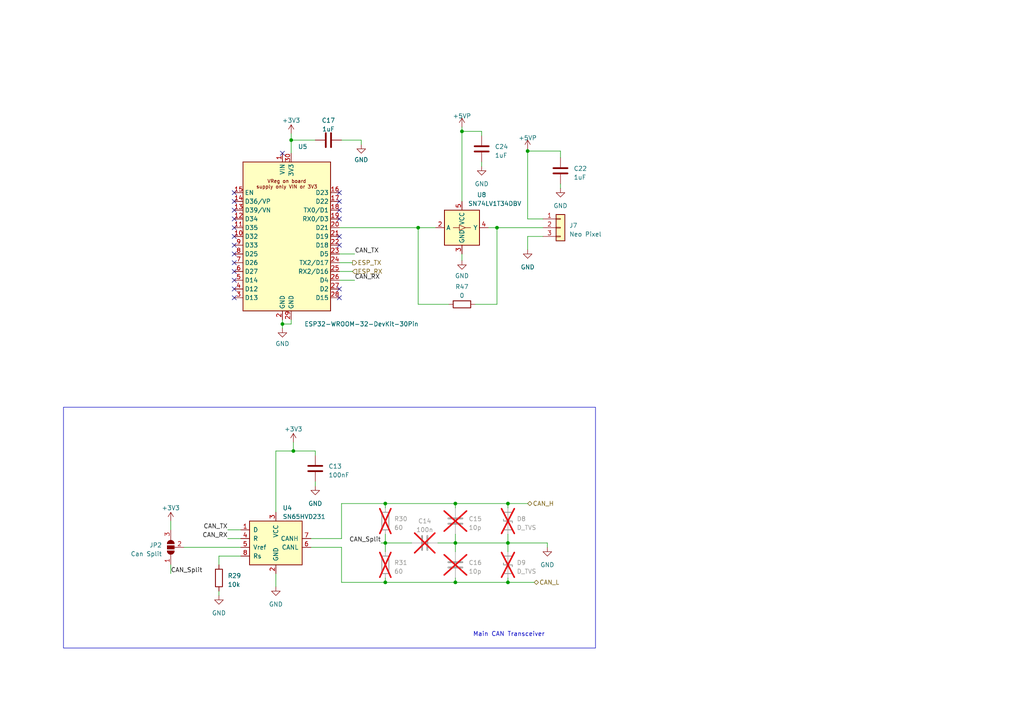
<source format=kicad_sch>
(kicad_sch (version 20231120) (generator "eeschema") (generator_version "8.0")
  (paper "A4")
  (lib_symbols
    (symbol "Connector_Generic:Conn_01x03" (pin_names (offset 1.016) hide)
      (property "Reference" "J" (at 0 5.08 0))
      (property "Value" "Conn_01x03" (at 0 -5.08 0))
      (symbol "Conn_01x03_1_1"
        (rectangle (start -1.27 -2.413) (end 0 -2.667) (stroke (width 0.1524)))
        (rectangle (start -1.27 0.127) (end 0 -0.127) (stroke (width 0.1524)))
        (rectangle (start -1.27 2.667) (end 0 2.413) (stroke (width 0.1524)))
        (rectangle (start -1.27 3.81) (end 1.27 -3.81) (stroke (width 0.254)) (fill (type background)))
        (pin passive line (at -5.08 2.54 0) (length 3.81) (name "Pin_1") (number "1"))
        (pin passive line (at -5.08 0 0) (length 3.81) (name "Pin_2") (number "2"))
        (pin passive line (at -5.08 -2.54 0) (length 3.81) (name "Pin_3") (number "3"))
      )
    )
    (symbol "Device:C" (pin_numbers hide) (pin_names (offset 0.254))
      (property "Reference" "C" (at 0.635 2.54 0))
      (property "Value" "C" (at 0.635 -2.54 0))
      (symbol "C_0_1"
        (polyline (pts (xy -2.032 -0.762) (xy 2.032 -0.762)) (stroke (width 0.508)))
        (polyline (pts (xy -2.032 0.762) (xy 2.032 0.762)) (stroke (width 0.508)))
      )
      (symbol "C_1_1"
        (pin passive line (at 0 3.81 270) (length 2.794) (name "~") (number "1"))
        (pin passive line (at 0 -3.81 90) (length 2.794) (name "~") (number "2"))
      )
    )
    (symbol "Device:D_TVS" (pin_numbers hide) (pin_names (offset 1.016) hide)
      (property "Reference" "D" (at 0 2.54 0))
      (property "Value" "D_TVS" (at 0 -2.54 0))
      (symbol "D_TVS_0_1"
        (polyline (pts (xy 1.27 0) (xy -1.27 0)))
        (polyline (pts (xy 0.508 1.27) (xy 0 1.27) (xy 0 -1.27) (xy -0.508 -1.27)) (stroke (width 0.254)))
        (polyline (pts (xy -2.54 1.27) (xy -2.54 -1.27) (xy 2.54 1.27) (xy 2.54 -1.27) (xy -2.54 1.27)) (stroke (width 0.254)))
      )
      (symbol "D_TVS_1_1"
        (pin passive line (at -3.81 0 0) (length 2.54) (name "A1") (number "1"))
        (pin passive line (at 3.81 0 180) (length 2.54) (name "A2") (number "2"))
      )
    )
    (symbol "Device:R" (pin_numbers hide) (pin_names (offset 0))
      (property "Reference" "R" (at 2.032 0 90))
      (property "Value" "R" (at 0 0 90))
      (symbol "R_0_1"
        (rectangle (start -1.016 -2.54) (end 1.016 2.54) (stroke (width 0.254)))
      )
      (symbol "R_1_1"
        (pin passive line (at 0 3.81 270) (length 1.27) (name "~") (number "1"))
        (pin passive line (at 0 -3.81 90) (length 1.27) (name "~") (number "2"))
      )
    )
    (symbol "Interface_CAN_LIN:SN65HVD231" (pin_names (offset 1.016))
      (property "Reference" "U" (at -2.54 10.16 0))
      (property "Value" "SN65HVD231" (at -2.54 7.62 0))
      (symbol "SN65HVD231_0_1"
        (rectangle (start -7.62 5.08) (end 7.62 -7.62) (stroke (width 0.254)) (fill (type background)))
      )
      (symbol "SN65HVD231_1_1"
        (pin input line (at -10.16 2.54 0) (length 2.54) (name "D") (number "1"))
        (pin power_in line (at 0 -10.16 90) (length 2.54) (name "GND") (number "2"))
        (pin power_in line (at 0 7.62 270) (length 2.54) (name "VCC") (number "3"))
        (pin output line (at -10.16 0 0) (length 2.54) (name "R") (number "4"))
        (pin output line (at -10.16 -2.54 0) (length 2.54) (name "Vref") (number "5"))
        (pin bidirectional line (at 10.16 -2.54 180) (length 2.54) (name "CANL") (number "6"))
        (pin bidirectional line (at 10.16 0 180) (length 2.54) (name "CANH") (number "7"))
        (pin input line (at -10.16 -5.08 0) (length 2.54) (name "Rs") (number "8"))
      )
    )
    (symbol "Jumper:SolderJumper_3_Open" (pin_names (offset 0) hide)
      (property "Reference" "JP" (at -2.54 -2.54 0))
      (property "Value" "SolderJumper_3_Open" (at 0 2.794 0))
      (symbol "SolderJumper_3_Open_0_1"
        (arc (start -1.016 1.016) (mid -2.0276 0) (end -1.016 -1.016))
        (arc (start -1.016 1.016) (mid -2.0276 0) (end -1.016 -1.016) (fill (type outline)))
        (rectangle (start -0.508 1.016) (end 0.508 -1.016) (fill (type outline)))
        (polyline (pts (xy -2.54 0) (xy -2.032 0)))
        (polyline (pts (xy -1.016 1.016) (xy -1.016 -1.016)))
        (polyline (pts (xy 0 -1.27) (xy 0 -1.016)))
        (polyline (pts (xy 1.016 1.016) (xy 1.016 -1.016)))
        (polyline (pts (xy 2.54 0) (xy 2.032 0)))
        (arc (start 1.016 -1.016) (mid 2.0276 0) (end 1.016 1.016))
        (arc (start 1.016 -1.016) (mid 2.0276 0) (end 1.016 1.016) (fill (type outline)))
      )
      (symbol "SolderJumper_3_Open_1_1"
        (pin passive line (at -5.08 0 0) (length 2.54) (name "A") (number "1"))
        (pin passive line (at 0 -3.81 90) (length 2.54) (name "C") (number "2"))
        (pin passive line (at 5.08 0 180) (length 2.54) (name "B") (number "3"))
      )
    )
    (symbol "Logic_LevelTranslator:SN74LV1T34DBV"
      (property "Reference" "U" (at 5.08 6.35 0))
      (property "Value" "SN74LV1T34DBV" (at 5.08 3.81 0))
      (symbol "SN74LV1T34DBV_0_1"
        (rectangle (start -5.08 5.08) (end 5.08 -5.08) (stroke (width 0.254)) (fill (type background)))
        (polyline (pts (xy -0.762 0) (xy -2.54 0)))
        (polyline (pts (xy 1.016 0) (xy 2.54 0)))
      )
      (symbol "SN74LV1T34DBV_1_1"
        (polyline (pts (xy -0.762 -0.762) (xy -0.762 0.762) (xy 1.016 0) (xy -0.762 -0.762)))
        (pin no_connect line (at -5.08 2.54 0) (length 2.54) hide (name "NC") (number "1"))
        (pin input line (at -7.62 0 0) (length 2.54) (name "A") (number "2"))
        (pin power_in line (at 0 -7.62 90) (length 2.54) (name "GND") (number "3"))
        (pin output line (at 7.62 0 180) (length 2.54) (name "Y") (number "4"))
        (pin power_in line (at 0 7.62 270) (length 2.54) (name "VCC") (number "5"))
      )
    )
    (symbol "oskars_stuff:ESP32-WROOM-32-DevKit-30Pin"
      (property "Reference" "U" (at -12.7 22.86 0))
      (property "Value" "ESP32-WROOM-32-DevKit-30Pin" (at 2.54 22.86 0))
      (symbol "ESP32-WROOM-32-DevKit-30Pin_0_1"
        (rectangle (start -12.7 21.59) (end 12.7 -21.59) (stroke (width 0.254)) (fill (type background)))
        (text "VReg on board\nsupply only VIN or 3V3" (at 0 15.24 0) (effects (font (size 1 1))))
      )
      (symbol "ESP32-WROOM-32-DevKit-30Pin_1_1"
        (pin power_in line (at -1.27 24.13 270) (length 2.54) (name "VIN") (number "1"))
        (pin bidirectional line (at -15.24 0 0) (length 2.54) (name "D32") (number "10"))
        (pin bidirectional line (at -15.24 2.54 0) (length 2.54) (name "D35") (number "11"))
        (pin bidirectional line (at -15.24 5.08 0) (length 2.54) (name "D34") (number "12"))
        (pin bidirectional line (at -15.24 7.62 0) (length 2.54) (name "D39/VN") (number "13"))
        (pin bidirectional line (at -15.24 10.16 0) (length 2.54) (name "D36/VP") (number "14"))
        (pin input line (at -15.24 12.7 0) (length 2.54) (name "EN") (number "15"))
        (pin bidirectional line (at 15.24 12.7 180) (length 2.54) (name "D23") (number "16"))
        (pin bidirectional line (at 15.24 10.16 180) (length 2.54) (name "D22") (number "17"))
        (pin bidirectional line (at 15.24 7.62 180) (length 2.54) (name "TX0/D1") (number "18"))
        (pin bidirectional line (at 15.24 5.08 180) (length 2.54) (name "RX0/D3") (number "19"))
        (pin power_in line (at -1.27 -24.13 90) (length 2.54) (name "GND") (number "2"))
        (pin bidirectional line (at 15.24 2.54 180) (length 2.54) (name "D21") (number "20"))
        (pin bidirectional line (at 15.24 0 180) (length 2.54) (name "D19") (number "21"))
        (pin bidirectional line (at 15.24 -2.54 180) (length 2.54) (name "D18") (number "22"))
        (pin bidirectional line (at 15.24 -5.08 180) (length 2.54) (name "D5") (number "23"))
        (pin bidirectional line (at 15.24 -7.62 180) (length 2.54) (name "TX2/D17") (number "24"))
        (pin bidirectional line (at 15.24 -10.16 180) (length 2.54) (name "RX2/D16") (number "25"))
        (pin bidirectional line (at 15.24 -12.7 180) (length 2.54) (name "D4") (number "26"))
        (pin bidirectional line (at 15.24 -15.24 180) (length 2.54) (name "D2") (number "27"))
        (pin bidirectional line (at 15.24 -17.78 180) (length 2.54) (name "D15") (number "28"))
        (pin power_in line (at 1.27 -24.13 90) (length 2.54) (name "GND") (number "29"))
        (pin bidirectional line (at -15.24 -17.78 0) (length 2.54) (name "D13") (number "3"))
        (pin power_in line (at 1.27 24.13 270) (length 2.54) (name "3V3") (number "30"))
        (pin bidirectional line (at -15.24 -15.24 0) (length 2.54) (name "D12") (number "4"))
        (pin bidirectional line (at -15.24 -12.7 0) (length 2.54) (name "D14") (number "5"))
        (pin bidirectional line (at -15.24 -10.16 0) (length 2.54) (name "D27") (number "6"))
        (pin bidirectional line (at -15.24 -7.62 0) (length 2.54) (name "D26") (number "7"))
        (pin bidirectional line (at -15.24 -5.08 0) (length 2.54) (name "D25") (number "8"))
        (pin bidirectional line (at -15.24 -2.54 0) (length 2.54) (name "D33") (number "9"))
      )
    )
    (symbol "power:+3V3" (power) (pin_names (offset 0))
      (property "Value" "+3V3" (at 0 3.556 0))
      (symbol "+3V3_0_1"
        (polyline (pts (xy -0.762 1.27) (xy 0 2.54)))
        (polyline (pts (xy 0 0) (xy 0 2.54)))
        (polyline (pts (xy 0 2.54) (xy 0.762 1.27)))
      )
      (symbol "+3V3_1_1"
        (pin power_in line (at 0 0 90) (length 0) hide (name "+3V3") (number "1"))
      )
    )
    (symbol "power:+5VP" (power) (pin_names (offset 0))
      (property "Value" "+5VP" (at 0 3.556 0))
      (symbol "+5VP_0_1"
        (polyline (pts (xy -0.762 1.27) (xy 0 2.54)))
        (polyline (pts (xy 0 0) (xy 0 2.54)))
        (polyline (pts (xy 0 2.54) (xy 0.762 1.27)))
      )
      (symbol "+5VP_1_1"
        (pin power_in line (at 0 0 90) (length 0) hide (name "+5VP") (number "1"))
      )
    )
    (symbol "power:GND" (power) (pin_names (offset 0))
      (property "Value" "GND" (at 0 -3.81 0))
      (symbol "GND_0_1"
        (polyline (pts (xy 0 0) (xy 0 -1.27) (xy 1.27 -1.27) (xy 0 -2.54) (xy -1.27 -1.27) (xy 0 -1.27)))
      )
      (symbol "GND_1_1"
        (pin power_in line (at 0 0 270) (length 0) hide (name "GND") (number "1"))
      )
    )
  )
  (junction (at 132.08 168.91))
  (junction (at 153.035 43.815))
  (junction (at 132.08 157.48))
  (junction (at 133.985 38.1))
  (junction (at 147.32 168.91))
  (junction (at 111.76 157.48))
  (junction (at 85.09 130.81))
  (junction (at 81.915 93.98))
  (junction (at 144.145 66.04))
  (junction (at 147.32 146.05))
  (junction (at 147.32 157.48))
  (junction (at 84.455 40.64))
  (junction (at 111.76 168.91))
  (junction (at 132.08 146.05))
  (junction (at 121.285 66.04))
  (junction (at 111.76 146.05))
  (no_connect (at 67.945 55.88))
  (no_connect (at 67.945 81.28))
  (no_connect (at 67.945 66.04))
  (no_connect (at 67.945 58.42))
  (no_connect (at 81.915 44.45))
  (no_connect (at 98.425 63.5))
  (no_connect (at 67.945 78.74))
  (no_connect (at 98.425 58.42))
  (no_connect (at 98.425 83.82))
  (no_connect (at 67.945 68.58))
  (no_connect (at 98.425 68.58))
  (no_connect (at 67.945 63.5))
  (no_connect (at 67.945 60.96))
  (no_connect (at 67.945 86.36))
  (no_connect (at 67.945 73.66))
  (no_connect (at 98.425 55.88))
  (no_connect (at 98.425 71.12))
  (no_connect (at 98.425 60.96))
  (no_connect (at 67.945 83.82))
  (no_connect (at 98.425 86.36))
  (no_connect (at 67.945 76.2))
  (no_connect (at 67.945 71.12))
  (wire (pts (xy 80.01 130.81) (xy 85.09 130.81)))
  (wire (pts (xy 99.06 146.05) (xy 111.76 146.05)))
  (wire (pts (xy 147.32 157.48) (xy 147.32 154.94)))
  (wire (pts (xy 132.08 146.05) (xy 147.32 146.05)))
  (wire (pts (xy 133.985 38.1) (xy 133.985 58.42)))
  (wire (pts (xy 147.32 168.91) (xy 147.32 167.64)))
  (wire (pts (xy 98.425 81.28) (xy 102.87 81.28)))
  (wire (pts (xy 63.5 163.83) (xy 63.5 161.29)))
  (wire (pts (xy 81.915 92.71) (xy 81.915 93.98)))
  (wire (pts (xy 153.035 43.815) (xy 153.035 63.5)))
  (wire (pts (xy 84.455 38.735) (xy 84.455 40.64)))
  (wire (pts (xy 99.06 168.91) (xy 111.76 168.91)))
  (wire (pts (xy 85.09 128.27) (xy 85.09 130.81)))
  (wire (pts (xy 133.985 73.66) (xy 133.985 75.565)))
  (wire (pts (xy 162.56 43.815) (xy 153.035 43.815)))
  (wire (pts (xy 139.7 38.1) (xy 139.7 39.37)))
  (wire (pts (xy 121.285 66.04) (xy 126.365 66.04)))
  (wire (pts (xy 53.34 158.75) (xy 69.85 158.75)))
  (wire (pts (xy 119.38 157.48) (xy 111.76 157.48)))
  (wire (pts (xy 144.145 66.04) (xy 144.145 88.265)))
  (wire (pts (xy 133.985 36.83) (xy 133.985 38.1)))
  (wire (pts (xy 153.035 72.39) (xy 153.035 68.58)))
  (wire (pts (xy 98.425 78.74) (xy 102.235 78.74)))
  (wire (pts (xy 147.32 168.91) (xy 154.94 168.91)))
  (wire (pts (xy 111.76 146.05) (xy 132.08 146.05)))
  (wire (pts (xy 111.76 157.48) (xy 111.76 160.02)))
  (wire (pts (xy 90.17 158.75) (xy 99.06 158.75)))
  (wire (pts (xy 63.5 161.29) (xy 69.85 161.29)))
  (wire (pts (xy 130.175 88.265) (xy 121.285 88.265)))
  (wire (pts (xy 98.425 76.2) (xy 102.235 76.2)))
  (wire (pts (xy 81.915 93.98) (xy 84.455 93.98)))
  (wire (pts (xy 132.08 157.48) (xy 132.08 154.94)))
  (wire (pts (xy 80.01 166.37) (xy 80.01 170.18)))
  (wire (pts (xy 132.08 157.48) (xy 147.32 157.48)))
  (wire (pts (xy 84.455 40.64) (xy 84.455 44.45)))
  (wire (pts (xy 104.775 40.64) (xy 99.06 40.64)))
  (wire (pts (xy 91.44 130.81) (xy 91.44 132.08)))
  (wire (pts (xy 153.035 63.5) (xy 157.48 63.5)))
  (wire (pts (xy 110.49 157.48) (xy 111.76 157.48)))
  (wire (pts (xy 111.76 157.48) (xy 111.76 154.94)))
  (wire (pts (xy 90.17 156.21) (xy 99.06 156.21)))
  (wire (pts (xy 162.56 53.34) (xy 162.56 54.61)))
  (wire (pts (xy 84.455 93.98) (xy 84.455 92.71)))
  (wire (pts (xy 49.53 163.83) (xy 49.53 166.37)))
  (wire (pts (xy 153.035 43.18) (xy 153.035 43.815)))
  (wire (pts (xy 144.145 66.04) (xy 157.48 66.04)))
  (wire (pts (xy 162.56 45.72) (xy 162.56 43.815)))
  (wire (pts (xy 85.09 130.81) (xy 91.44 130.81)))
  (wire (pts (xy 132.08 157.48) (xy 132.08 160.02)))
  (wire (pts (xy 63.5 171.45) (xy 63.5 172.72)))
  (wire (pts (xy 104.775 41.91) (xy 104.775 40.64)))
  (wire (pts (xy 49.53 151.13) (xy 49.53 153.67)))
  (wire (pts (xy 66.04 156.21) (xy 69.85 156.21)))
  (wire (pts (xy 98.425 66.04) (xy 121.285 66.04)))
  (wire (pts (xy 66.04 153.67) (xy 69.85 153.67)))
  (wire (pts (xy 84.455 40.64) (xy 91.44 40.64)))
  (wire (pts (xy 141.605 66.04) (xy 144.145 66.04)))
  (wire (pts (xy 111.76 167.64) (xy 111.76 168.91)))
  (wire (pts (xy 80.01 148.59) (xy 80.01 130.81)))
  (wire (pts (xy 132.08 167.64) (xy 132.08 168.91)))
  (wire (pts (xy 91.44 139.7) (xy 91.44 140.97)))
  (wire (pts (xy 111.76 168.91) (xy 132.08 168.91)))
  (wire (pts (xy 147.32 146.05) (xy 153.035 146.05)))
  (wire (pts (xy 99.06 158.75) (xy 99.06 168.91)))
  (wire (pts (xy 133.985 38.1) (xy 139.7 38.1)))
  (wire (pts (xy 158.75 157.48) (xy 158.75 158.75)))
  (wire (pts (xy 137.795 88.265) (xy 144.145 88.265)))
  (wire (pts (xy 139.7 46.99) (xy 139.7 48.26)))
  (wire (pts (xy 81.915 93.98) (xy 81.915 95.25)))
  (wire (pts (xy 127 157.48) (xy 132.08 157.48)))
  (wire (pts (xy 132.08 146.05) (xy 132.08 147.32)))
  (wire (pts (xy 98.425 73.66) (xy 102.87 73.66)))
  (wire (pts (xy 147.32 157.48) (xy 147.32 160.02)))
  (wire (pts (xy 147.32 157.48) (xy 158.75 157.48)))
  (wire (pts (xy 132.08 168.91) (xy 147.32 168.91)))
  (wire (pts (xy 153.035 68.58) (xy 157.48 68.58)))
  (wire (pts (xy 99.06 146.05) (xy 99.06 156.21)))
  (wire (pts (xy 121.285 88.265) (xy 121.285 66.04)))
  (wire (pts (xy 147.32 146.05) (xy 147.32 147.32)))
  (wire (pts (xy 111.76 147.32) (xy 111.76 146.05)))
  (rectangle (start 18.415 118.11) (end 172.72 187.96))
  (text "Main CAN Transceiver" (at 137.16 184.785 0) (effects (font (size 1.27 1.27)) (justify left bottom)))
  (label "CAN_TX" (at 66.04 153.67 180))
  (label "CAN_TX" (at 102.87 73.66 0))
  (label "CAN_RX" (at 66.04 156.21 180))
  (label "CAN_Split" (at 110.49 157.48 180))
  (label "CAN_Split" (at 49.53 166.37 0))
  (label "CAN_RX" (at 102.87 81.28 0))
  (hierarchical_label "CAN_H" (shape bidirectional) (at 153.035 146.05 0))
  (hierarchical_label "ESP_TX" (shape output) (at 102.235 76.2 0))
  (hierarchical_label "ESP_RX" (shape input) (at 102.235 78.74 0))
  (hierarchical_label "CAN_L" (shape bidirectional) (at 154.94 168.91 0))
  (symbol (lib_id "Device:C") (at 132.08 163.83 0) (unit 1) (dnp yes)
    (property "Reference" "C16" (at 135.89 163.195 0) (effects (justify left)))
    (property "Value" "10p" (at 135.89 165.735 0) (effects (justify left)))
    (property "Footprint" "Capacitor_SMD:C_0603_1608Metric" (effects (hide yes)))
  )
  (symbol (lib_id "power:GND") (at 162.56 54.61 0) (unit 1)
    (property "Reference" "#PWR065" (effects (hide yes)))
    (property "Value" "GND" (at 162.56 59.69 0))
  )
  (symbol (lib_id "Device:C") (at 91.44 135.89 0) (unit 1)
    (property "Reference" "C13" (at 95.25 135.255 0) (effects (justify left)))
    (property "Value" "100nF" (at 95.25 137.795 0) (effects (justify left)))
    (property "Footprint" "Capacitor_SMD:C_0603_1608Metric" (effects (hide yes)))
  )
  (symbol (lib_id "Logic_LevelTranslator:SN74LV1T34DBV") (at 133.985 66.04 0) (unit 1)
    (property "Reference" "U8" (at 139.7 56.515 0))
    (property "Value" "SN74LV1T34DBV" (at 143.51 59.055 0))
    (property "Footprint" "Package_TO_SOT_SMD:SOT-23-5" (effects (hide yes)))
    (property "Datasheet" "https://www.ti.com/lit/ds/symlink/sn74lv1t34.pdf" (effects (hide yes)))
  )
  (symbol (lib_id "Device:R") (at 63.5 167.64 0) (unit 1)
    (property "Reference" "R29" (at 66.04 167.005 0) (effects (justify left)))
    (property "Value" "10k" (at 66.04 169.545 0) (effects (justify left)))
    (property "Footprint" "Resistor_SMD:R_0603_1608Metric" (effects (hide yes)))
  )
  (symbol (lib_id "Connector_Generic:Conn_01x03") (at 162.56 66.04 0) (unit 1)
    (property "Reference" "J7" (at 165.1 65.405 0) (effects (justify left)))
    (property "Value" "Neo Pixel" (at 165.1 67.945 0) (effects (justify left)))
    (property "Footprint" "Connector_JST:JST_XH_S3B-XH-A-1_1x03_P2.50mm_Horizontal" (effects (hide yes)))
  )
  (symbol (lib_id "power:GND") (at 158.75 158.75 0) (unit 1)
    (property "Reference" "#PWR043" (effects (hide yes)))
    (property "Value" "GND" (at 158.75 163.83 0))
  )
  (symbol (lib_id "Device:C") (at 162.56 49.53 0) (unit 1)
    (property "Reference" "C22" (at 166.37 48.895 0) (effects (justify left)))
    (property "Value" "1uF" (at 166.37 51.435 0) (effects (justify left)))
    (property "Footprint" "Capacitor_SMD:C_0603_1608Metric" (effects (hide yes)))
  )
  (symbol (lib_id "power:GND") (at 63.5 172.72 0) (unit 1)
    (property "Reference" "#PWR039" (effects (hide yes)))
    (property "Value" "GND" (at 63.5 177.8 0))
  )
  (symbol (lib_id "power:+3V3") (at 84.455 38.735 0) (unit 1)
    (property "Reference" "#PWR044" (effects (hide yes)))
    (property "Value" "+3V3" (at 84.455 34.925 0))
  )
  (symbol (lib_id "Device:D_TVS") (at 147.32 151.13 90) (unit 1) (dnp yes)
    (property "Reference" "D8" (at 149.86 150.495 90) (effects (justify right)))
    (property "Value" "D_TVS" (at 149.86 153.035 90) (effects (justify right)))
    (property "Footprint" "Diode_SMD:D_SOD-323" (effects (hide yes)))
  )
  (symbol (lib_id "Device:D_TVS") (at 147.32 163.83 90) (unit 1) (dnp yes)
    (property "Reference" "D9" (at 149.86 163.195 90) (effects (justify right)))
    (property "Value" "D_TVS" (at 149.86 165.735 90) (effects (justify right)))
    (property "Footprint" "Diode_SMD:D_SOD-323" (effects (hide yes)))
  )
  (symbol (lib_id "Device:R") (at 111.76 163.83 0) (unit 1) (dnp yes)
    (property "Reference" "R31" (at 114.3 163.195 0) (effects (justify left)))
    (property "Value" "60" (at 114.3 165.735 0) (effects (justify left)))
    (property "Footprint" "Resistor_SMD:R_0603_1608Metric" (effects (hide yes)))
  )
  (symbol (lib_id "Device:R") (at 133.985 88.265 90) (unit 1)
    (property "Reference" "R47" (at 133.985 83.185 90))
    (property "Value" "0" (at 133.985 85.725 90))
    (property "Footprint" "Resistor_SMD:R_0603_1608Metric" (effects (hide yes)))
  )
  (symbol (lib_id "power:GND") (at 80.01 170.18 0) (unit 1)
    (property "Reference" "#PWR040" (effects (hide yes)))
    (property "Value" "GND" (at 80.01 175.26 0))
  )
  (symbol (lib_id "power:GND") (at 104.775 41.91 0) (unit 1)
    (property "Reference" "#PWR046" (effects (hide yes)))
    (property "Value" "GND" (at 104.775 46.355 0))
  )
  (symbol (lib_id "power:+3V3") (at 49.53 151.13 0) (unit 1)
    (property "Reference" "#PWR038" (effects (hide yes)))
    (property "Value" "+3V3" (at 49.53 147.32 0))
  )
  (symbol (lib_id "Device:C") (at 123.19 157.48 90) (unit 1) (dnp yes)
    (property "Reference" "C14" (at 123.19 151.13 90))
    (property "Value" "100n" (at 123.19 153.67 90))
    (property "Footprint" "Capacitor_SMD:C_0603_1608Metric" (effects (hide yes)))
  )
  (symbol (lib_id "Interface_CAN_LIN:SN65HVD231") (at 80.01 156.21 0) (unit 1)
    (property "Reference" "U4" (at 81.9659 147.32 0) (effects (justify left)))
    (property "Value" "SN65HVD231" (at 81.9659 149.86 0) (effects (justify left)))
    (property "Footprint" "Package_SO:SOIC-8_3.9x4.9mm_P1.27mm" (effects (hide yes)))
    (property "Datasheet" "http://www.ti.com/lit/ds/symlink/sn65hvd230.pdf" (effects (hide yes)))
  )
  (symbol (lib_id "Device:C") (at 139.7 43.18 0) (unit 1)
    (property "Reference" "C24" (at 143.51 42.545 0) (effects (justify left)))
    (property "Value" "1uF" (at 143.51 45.085 0) (effects (justify left)))
    (property "Footprint" "Capacitor_SMD:C_0603_1608Metric" (effects (hide yes)))
  )
  (symbol (lib_id "power:+5VP") (at 133.985 36.83 0) (unit 1)
    (property "Reference" "#PWR069" (effects (hide yes)))
    (property "Value" "+5VP" (at 133.985 33.655 0))
  )
  (symbol (lib_id "Device:C") (at 95.25 40.64 90) (unit 1)
    (property "Reference" "C17" (at 95.25 34.925 90))
    (property "Value" "1uF" (at 95.25 37.465 90))
    (property "Footprint" "Capacitor_SMD:C_0603_1608Metric" (effects (hide yes)))
  )
  (symbol (lib_id "power:GND") (at 153.035 72.39 0) (unit 1)
    (property "Reference" "#PWR061" (effects (hide yes)))
    (property "Value" "GND" (at 153.035 77.47 0))
  )
  (symbol (lib_id "power:GND") (at 133.985 75.565 0) (unit 1)
    (property "Reference" "#PWR071" (effects (hide yes)))
    (property "Value" "GND" (at 133.985 80.01 0))
  )
  (symbol (lib_id "power:GND") (at 91.44 140.97 0) (unit 1)
    (property "Reference" "#PWR042" (effects (hide yes)))
    (property "Value" "GND" (at 91.44 146.05 0))
  )
  (symbol (lib_id "power:GND") (at 139.7 48.26 0) (unit 1)
    (property "Reference" "#PWR070" (effects (hide yes)))
    (property "Value" "GND" (at 139.7 53.34 0))
  )
  (symbol (lib_id "power:GND") (at 81.915 95.25 0) (unit 1)
    (property "Reference" "#PWR045" (effects (hide yes)))
    (property "Value" "GND" (at 81.915 99.695 0))
  )
  (symbol (lib_id "power:+5VP") (at 153.035 43.18 0) (unit 1)
    (property "Reference" "#PWR064" (effects (hide yes)))
    (property "Value" "+5VP" (at 153.035 40.005 0))
  )
  (symbol (lib_id "power:+3V3") (at 85.09 128.27 0) (unit 1)
    (property "Reference" "#PWR041" (effects (hide yes)))
    (property "Value" "+3V3" (at 85.09 124.46 0))
  )
  (symbol (lib_id "Device:R") (at 111.76 151.13 0) (unit 1) (dnp yes)
    (property "Reference" "R30" (at 114.3 150.495 0) (effects (justify left)))
    (property "Value" "60" (at 114.3 153.035 0) (effects (justify left)))
    (property "Footprint" "Resistor_SMD:R_0603_1608Metric" (effects (hide yes)))
  )
  (symbol (lib_id "oskars_stuff:ESP32-WROOM-32-DevKit-30Pin") (at 83.185 68.58 0) (unit 1)
    (property "Reference" "U5" (at 86.4109 42.545 0) (effects (justify left)))
    (property "Value" "ESP32-WROOM-32-DevKit-30Pin" (at 88.265 93.98 0) (effects (justify left)))
    (property "Footprint" "oskars-stuff:ESP32-WROOM-32-DevKit-30Pin" (effects (hide yes)))
    (property "Datasheet" "https://www.espressif.com/sites/default/files/documentation/esp32-wroom-32_datasheet_en.pdf" (effects (hide yes)))
  )
  (symbol (lib_id "Jumper:SolderJumper_3_Open") (at 49.53 158.75 90) (unit 1)
    (property "Reference" "JP2" (at 46.99 158.115 90) (effects (justify left)))
    (property "Value" "Can Split" (at 46.99 160.655 90) (effects (justify left)))
    (property "Footprint" "Jumper:SolderJumper-3_P1.3mm_Open_RoundedPad1.0x1.5mm" (effects (hide yes)))
  )
  (symbol (lib_id "Device:C") (at 132.08 151.13 0) (unit 1) (dnp yes)
    (property "Reference" "C15" (at 135.89 150.495 0) (effects (justify left)))
    (property "Value" "10p" (at 135.89 153.035 0) (effects (justify left)))
    (property "Footprint" "Capacitor_SMD:C_0603_1608Metric" (effects (hide yes)))
  )
)
</source>
